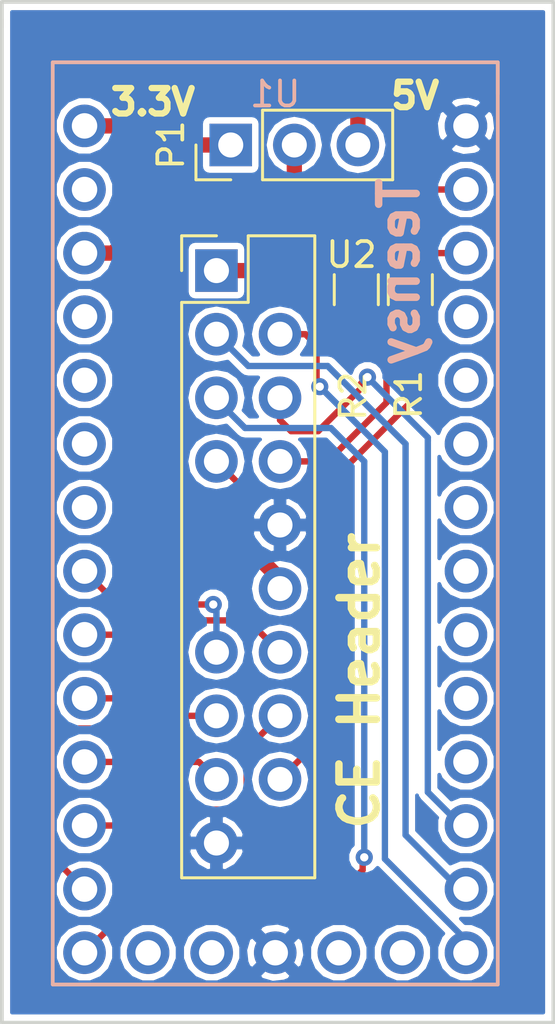
<source format=kicad_pcb>
(kicad_pcb (version 4) (host pcbnew 4.0.5)

  (general
    (links 21)
    (no_connects 0)
    (area 138.291499 88.380499 160.476001 129.297501)
    (thickness 1.6)
    (drawings 9)
    (tracks 108)
    (zones 0)
    (modules 5)
    (nets 36)
  )

  (page A4)
  (layers
    (0 F.Cu signal)
    (31 B.Cu signal)
    (32 B.Adhes user)
    (33 F.Adhes user)
    (34 B.Paste user)
    (35 F.Paste user)
    (36 B.SilkS user)
    (37 F.SilkS user)
    (38 B.Mask user)
    (39 F.Mask user)
    (40 Dwgs.User user)
    (41 Cmts.User user)
    (42 Eco1.User user)
    (43 Eco2.User user)
    (44 Edge.Cuts user)
    (45 Margin user)
    (46 B.CrtYd user)
    (47 F.CrtYd user)
    (48 B.Fab user)
    (49 F.Fab user)
  )

  (setup
    (last_trace_width 0.254)
    (user_trace_width 0.6096)
    (trace_clearance 0.1524)
    (zone_clearance 0.254)
    (zone_45_only no)
    (trace_min 0.1524)
    (segment_width 0.2)
    (edge_width 0.15)
    (via_size 0.6858)
    (via_drill 0.3302)
    (via_min_size 0.6858)
    (via_min_drill 0.3302)
    (uvia_size 0.3)
    (uvia_drill 0.1)
    (uvias_allowed no)
    (uvia_min_size 0.2)
    (uvia_min_drill 0.1)
    (pcb_text_width 0.3)
    (pcb_text_size 1.5 1.5)
    (mod_edge_width 0.15)
    (mod_text_size 1 1)
    (mod_text_width 0.15)
    (pad_size 1.524 1.524)
    (pad_drill 0.762)
    (pad_to_mask_clearance 0.2)
    (aux_axis_origin 0 0)
    (grid_origin 146.431 98.806)
    (visible_elements 7FFEFFFF)
    (pcbplotparams
      (layerselection 0x00030_80000001)
      (usegerberextensions false)
      (excludeedgelayer true)
      (linewidth 0.100000)
      (plotframeref false)
      (viasonmask false)
      (mode 1)
      (useauxorigin false)
      (hpglpennumber 1)
      (hpglpenspeed 20)
      (hpglpendiameter 15)
      (hpglpenoverlay 2)
      (psnegative false)
      (psa4output false)
      (plotreference true)
      (plotvalue true)
      (plotinvisibletext false)
      (padsonsilk false)
      (subtractmaskfromsilk false)
      (outputformat 1)
      (mirror false)
      (drillshape 1)
      (scaleselection 1)
      (outputdirectory ""))
  )

  (net 0 "")
  (net 1 /3.3V)
  (net 2 "Net-(P1-Pad2)")
  (net 3 /5V)
  (net 4 /DEVICE_RX)
  (net 5 /TEENSY_TX)
  (net 6 /TEENSY_RX)
  (net 7 /DEVICE_TX)
  (net 8 "Net-(U1-Pad2)")
  (net 9 "Net-(U1-Pad3)")
  (net 10 "Net-(U1-Pad4)")
  (net 11 "Net-(U1-Pad5)")
  (net 12 "Net-(U1-Pad6)")
  (net 13 "Net-(U1-Pad7)")
  (net 14 "Net-(U1-Pad8)")
  (net 15 "Net-(U1-Pad9)")
  (net 16 /SPI_CS)
  (net 17 /SPI_MOSI)
  (net 18 /SPI_MISO)
  (net 19 /SPI_CLK)
  (net 20 /AIO0)
  (net 21 /AIO1)
  (net 22 /AIO2)
  (net 23 /AIO3)
  (net 24 /I2C_SDAT)
  (net 25 /I2C_SCLK)
  (net 26 "Net-(U1-Pad20)")
  (net 27 "Net-(U1-Pad21)")
  (net 28 "Net-(U1-Pad22)")
  (net 29 "Net-(U1-Pad23)")
  (net 30 "Net-(U1-Pad25)")
  (net 31 /GND)
  (net 32 "Net-(U1-Pad28)")
  (net 33 "Net-(U1-Pad29)")
  (net 34 "Net-(U1-Pad31)")
  (net 35 "Net-(U1-Pad32)")

  (net_class Default "This is the default net class."
    (clearance 0.1524)
    (trace_width 0.254)
    (via_dia 0.6858)
    (via_drill 0.3302)
    (uvia_dia 0.3)
    (uvia_drill 0.1)
    (add_net /3.3V)
    (add_net /5V)
    (add_net /AIO0)
    (add_net /AIO1)
    (add_net /AIO2)
    (add_net /AIO3)
    (add_net /DEVICE_RX)
    (add_net /DEVICE_TX)
    (add_net /GND)
    (add_net /I2C_SCLK)
    (add_net /I2C_SDAT)
    (add_net /SPI_CLK)
    (add_net /SPI_CS)
    (add_net /SPI_MISO)
    (add_net /SPI_MOSI)
    (add_net /TEENSY_RX)
    (add_net /TEENSY_TX)
    (add_net "Net-(P1-Pad2)")
    (add_net "Net-(U1-Pad2)")
    (add_net "Net-(U1-Pad20)")
    (add_net "Net-(U1-Pad21)")
    (add_net "Net-(U1-Pad22)")
    (add_net "Net-(U1-Pad23)")
    (add_net "Net-(U1-Pad25)")
    (add_net "Net-(U1-Pad28)")
    (add_net "Net-(U1-Pad29)")
    (add_net "Net-(U1-Pad3)")
    (add_net "Net-(U1-Pad31)")
    (add_net "Net-(U1-Pad32)")
    (add_net "Net-(U1-Pad4)")
    (add_net "Net-(U1-Pad5)")
    (add_net "Net-(U1-Pad6)")
    (add_net "Net-(U1-Pad7)")
    (add_net "Net-(U1-Pad8)")
    (add_net "Net-(U1-Pad9)")
  )

  (module Pin_Headers:Pin_Header_Straight_1x03_Pitch2.54mm (layer F.Cu) (tedit 5862ED52) (tstamp 58AB6DDD)
    (at 147.5105 94.1705 90)
    (descr "Through hole straight pin header, 1x03, 2.54mm pitch, single row")
    (tags "Through hole pin header THT 1x03 2.54mm single row")
    (path /58A74996)
    (fp_text reference P1 (at 0 -2.39 90) (layer F.SilkS)
      (effects (font (size 1 1) (thickness 0.15)))
    )
    (fp_text value CONN_01X03 (at 0 7.47 90) (layer F.Fab)
      (effects (font (size 1 1) (thickness 0.15)))
    )
    (fp_line (start -1.27 -1.27) (end -1.27 6.35) (layer F.Fab) (width 0.1))
    (fp_line (start -1.27 6.35) (end 1.27 6.35) (layer F.Fab) (width 0.1))
    (fp_line (start 1.27 6.35) (end 1.27 -1.27) (layer F.Fab) (width 0.1))
    (fp_line (start 1.27 -1.27) (end -1.27 -1.27) (layer F.Fab) (width 0.1))
    (fp_line (start -1.39 1.27) (end -1.39 6.47) (layer F.SilkS) (width 0.12))
    (fp_line (start -1.39 6.47) (end 1.39 6.47) (layer F.SilkS) (width 0.12))
    (fp_line (start 1.39 6.47) (end 1.39 1.27) (layer F.SilkS) (width 0.12))
    (fp_line (start 1.39 1.27) (end -1.39 1.27) (layer F.SilkS) (width 0.12))
    (fp_line (start -1.39 0) (end -1.39 -1.39) (layer F.SilkS) (width 0.12))
    (fp_line (start -1.39 -1.39) (end 0 -1.39) (layer F.SilkS) (width 0.12))
    (fp_line (start -1.6 -1.6) (end -1.6 6.6) (layer F.CrtYd) (width 0.05))
    (fp_line (start -1.6 6.6) (end 1.6 6.6) (layer F.CrtYd) (width 0.05))
    (fp_line (start 1.6 6.6) (end 1.6 -1.6) (layer F.CrtYd) (width 0.05))
    (fp_line (start 1.6 -1.6) (end -1.6 -1.6) (layer F.CrtYd) (width 0.05))
    (pad 1 thru_hole rect (at 0 0 90) (size 1.7 1.7) (drill 1) (layers *.Cu *.Mask)
      (net 1 /3.3V))
    (pad 2 thru_hole oval (at 0 2.54 90) (size 1.7 1.7) (drill 1) (layers *.Cu *.Mask)
      (net 2 "Net-(P1-Pad2)"))
    (pad 3 thru_hole oval (at 0 5.08 90) (size 1.7 1.7) (drill 1) (layers *.Cu *.Mask)
      (net 3 /5V))
    (model Pin_Headers.3dshapes/Pin_Header_Straight_1x03_Pitch2.54mm.wrl
      (at (xyz 0 -0.1 0))
      (scale (xyz 1 1 1))
      (rotate (xyz 0 0 90))
    )
  )

  (module Resistors_SMD:R_0805_HandSoldering (layer F.Cu) (tedit 58AB7631) (tstamp 58AB6DE3)
    (at 154.686 99.949 90)
    (descr "Resistor SMD 0805, hand soldering")
    (tags "resistor 0805")
    (path /58A768E3)
    (attr smd)
    (fp_text reference R1 (at -4.191 -0.0635 90) (layer F.SilkS)
      (effects (font (size 1 1) (thickness 0.15)))
    )
    (fp_text value 0 (at 0 1.75 90) (layer F.Fab)
      (effects (font (size 1 1) (thickness 0.15)))
    )
    (fp_text user %R (at 0 -1.7 90) (layer F.Fab)
      (effects (font (size 1 1) (thickness 0.15)))
    )
    (fp_line (start -1 0.62) (end -1 -0.62) (layer F.Fab) (width 0.1))
    (fp_line (start 1 0.62) (end -1 0.62) (layer F.Fab) (width 0.1))
    (fp_line (start 1 -0.62) (end 1 0.62) (layer F.Fab) (width 0.1))
    (fp_line (start -1 -0.62) (end 1 -0.62) (layer F.Fab) (width 0.1))
    (fp_line (start 0.6 0.88) (end -0.6 0.88) (layer F.SilkS) (width 0.12))
    (fp_line (start -0.6 -0.88) (end 0.6 -0.88) (layer F.SilkS) (width 0.12))
    (fp_line (start -2.35 -0.9) (end 2.35 -0.9) (layer F.CrtYd) (width 0.05))
    (fp_line (start -2.35 -0.9) (end -2.35 0.9) (layer F.CrtYd) (width 0.05))
    (fp_line (start 2.35 0.9) (end 2.35 -0.9) (layer F.CrtYd) (width 0.05))
    (fp_line (start 2.35 0.9) (end -2.35 0.9) (layer F.CrtYd) (width 0.05))
    (pad 1 smd rect (at -1.35 0 90) (size 1.5 1.3) (layers F.Cu F.Paste F.Mask)
      (net 4 /DEVICE_RX))
    (pad 2 smd rect (at 1.35 0 90) (size 1.5 1.3) (layers F.Cu F.Paste F.Mask)
      (net 5 /TEENSY_TX))
    (model Resistors_SMD.3dshapes/R_0805.wrl
      (at (xyz 0 0 0))
      (scale (xyz 1 1 1))
      (rotate (xyz 0 0 0))
    )
  )

  (module Resistors_SMD:R_0805_HandSoldering (layer F.Cu) (tedit 58AB7634) (tstamp 58AB6DE9)
    (at 152.527 99.949 270)
    (descr "Resistor SMD 0805, hand soldering")
    (tags "resistor 0805")
    (path /58A76B77)
    (attr smd)
    (fp_text reference R2 (at 4.2545 0.127 270) (layer F.SilkS)
      (effects (font (size 1 1) (thickness 0.15)))
    )
    (fp_text value 0 (at 0 1.75 270) (layer F.Fab)
      (effects (font (size 1 1) (thickness 0.15)))
    )
    (fp_text user %R (at 0 -1.7 270) (layer F.Fab)
      (effects (font (size 1 1) (thickness 0.15)))
    )
    (fp_line (start -1 0.62) (end -1 -0.62) (layer F.Fab) (width 0.1))
    (fp_line (start 1 0.62) (end -1 0.62) (layer F.Fab) (width 0.1))
    (fp_line (start 1 -0.62) (end 1 0.62) (layer F.Fab) (width 0.1))
    (fp_line (start -1 -0.62) (end 1 -0.62) (layer F.Fab) (width 0.1))
    (fp_line (start 0.6 0.88) (end -0.6 0.88) (layer F.SilkS) (width 0.12))
    (fp_line (start -0.6 -0.88) (end 0.6 -0.88) (layer F.SilkS) (width 0.12))
    (fp_line (start -2.35 -0.9) (end 2.35 -0.9) (layer F.CrtYd) (width 0.05))
    (fp_line (start -2.35 -0.9) (end -2.35 0.9) (layer F.CrtYd) (width 0.05))
    (fp_line (start 2.35 0.9) (end 2.35 -0.9) (layer F.CrtYd) (width 0.05))
    (fp_line (start 2.35 0.9) (end -2.35 0.9) (layer F.CrtYd) (width 0.05))
    (pad 1 smd rect (at -1.35 0 270) (size 1.5 1.3) (layers F.Cu F.Paste F.Mask)
      (net 6 /TEENSY_RX))
    (pad 2 smd rect (at 1.35 0 270) (size 1.5 1.3) (layers F.Cu F.Paste F.Mask)
      (net 7 /DEVICE_TX))
    (model Resistors_SMD.3dshapes/R_0805.wrl
      (at (xyz 0 0 0))
      (scale (xyz 1 1 1))
      (rotate (xyz 0 0 0))
    )
  )

  (module TeensyConverter:CE_Header (layer F.Cu) (tedit 58AB7621) (tstamp 58AB6E22)
    (at 146.939 99.187)
    (descr "Through hole straight pin header, 2x10, 2.54mm pitch, double rows")
    (tags "Through hole pin header THT 2x10 2.54mm double row")
    (path /58A73E7D)
    (fp_text reference U2 (at 5.3975 -0.635) (layer F.SilkS)
      (effects (font (size 1 1) (thickness 0.15)))
    )
    (fp_text value CE_HEADER (at 1.27 25.25) (layer F.Fab)
      (effects (font (size 1 1) (thickness 0.15)))
    )
    (fp_line (start -1.27 -1.27) (end -1.27 24.13) (layer F.Fab) (width 0.1))
    (fp_line (start -1.27 24.13) (end 3.81 24.13) (layer F.Fab) (width 0.1))
    (fp_line (start 3.81 24.13) (end 3.81 -1.27) (layer F.Fab) (width 0.1))
    (fp_line (start 3.81 -1.27) (end -1.27 -1.27) (layer F.Fab) (width 0.1))
    (fp_line (start -1.39 1.27) (end -1.39 24.25) (layer F.SilkS) (width 0.12))
    (fp_line (start -1.39 24.25) (end 3.93 24.25) (layer F.SilkS) (width 0.12))
    (fp_line (start 3.93 24.25) (end 3.93 -1.39) (layer F.SilkS) (width 0.12))
    (fp_line (start 3.93 -1.39) (end 1.27 -1.39) (layer F.SilkS) (width 0.12))
    (fp_line (start 1.27 -1.39) (end 1.27 1.27) (layer F.SilkS) (width 0.12))
    (fp_line (start 1.27 1.27) (end -1.39 1.27) (layer F.SilkS) (width 0.12))
    (fp_line (start -1.39 0) (end -1.39 -1.39) (layer F.SilkS) (width 0.12))
    (fp_line (start -1.39 -1.39) (end 0 -1.39) (layer F.SilkS) (width 0.12))
    (fp_line (start -1.6 -1.6) (end -1.6 24.4) (layer F.CrtYd) (width 0.05))
    (fp_line (start -1.6 24.4) (end 4.1 24.4) (layer F.CrtYd) (width 0.05))
    (fp_line (start 4.1 24.4) (end 4.1 -1.6) (layer F.CrtYd) (width 0.05))
    (fp_line (start 4.1 -1.6) (end -1.6 -1.6) (layer F.CrtYd) (width 0.05))
    (pad 1 thru_hole rect (at 0 0) (size 1.7 1.7) (drill 1) (layers *.Cu *.Mask)
      (net 2 "Net-(P1-Pad2)"))
    (pad 3 thru_hole oval (at 0 2.54) (size 1.7 1.7) (drill 1) (layers *.Cu *.Mask)
      (net 17 /SPI_MOSI))
    (pad 4 thru_hole oval (at 2.54 2.54) (size 1.7 1.7) (drill 1) (layers *.Cu *.Mask)
      (net 18 /SPI_MISO))
    (pad 5 thru_hole oval (at 0 5.08) (size 1.7 1.7) (drill 1) (layers *.Cu *.Mask)
      (net 19 /SPI_CLK))
    (pad 6 thru_hole oval (at 2.54 5.08) (size 1.7 1.7) (drill 1) (layers *.Cu *.Mask)
      (net 16 /SPI_CS))
    (pad 7 thru_hole oval (at 0 7.62) (size 1.7 1.7) (drill 1) (layers *.Cu *.Mask)
      (net 4 /DEVICE_RX))
    (pad 8 thru_hole oval (at 2.54 7.62) (size 1.7 1.7) (drill 1) (layers *.Cu *.Mask)
      (net 7 /DEVICE_TX))
    (pad 10 thru_hole oval (at 2.54 10.16) (size 1.7 1.7) (drill 1) (layers *.Cu *.Mask)
      (net 31 /GND))
    (pad 12 thru_hole oval (at 2.54 12.7) (size 1.7 1.7) (drill 1) (layers *.Cu *.Mask)
      (net 1 /3.3V))
    (pad 13 thru_hole oval (at 0 15.24) (size 1.7 1.7) (drill 1) (layers *.Cu *.Mask)
      (net 25 /I2C_SCLK))
    (pad 14 thru_hole oval (at 2.54 15.24) (size 1.7 1.7) (drill 1) (layers *.Cu *.Mask)
      (net 24 /I2C_SDAT))
    (pad 15 thru_hole oval (at 0 17.78) (size 1.7 1.7) (drill 1) (layers *.Cu *.Mask)
      (net 20 /AIO0))
    (pad 16 thru_hole oval (at 2.54 17.78) (size 1.7 1.7) (drill 1) (layers *.Cu *.Mask)
      (net 21 /AIO1))
    (pad 17 thru_hole oval (at 0 20.32) (size 1.7 1.7) (drill 1) (layers *.Cu *.Mask)
      (net 22 /AIO2))
    (pad 18 thru_hole oval (at 2.54 20.32) (size 1.7 1.7) (drill 1) (layers *.Cu *.Mask)
      (net 23 /AIO3))
    (pad 19 thru_hole oval (at 0 22.86) (size 1.7 1.7) (drill 1) (layers *.Cu *.Mask)
      (net 31 /GND))
    (model Pin_Headers.3dshapes/Pin_Header_Straight_2x10_Pitch2.54mm.wrl
      (at (xyz 0.05 -0.45 0))
      (scale (xyz 1 1 1))
      (rotate (xyz 0 0 90))
    )
  )

  (module TeensyConverter:Teensy-32 (layer B.Cu) (tedit 58ABB1C1) (tstamp 58ABBC3F)
    (at 149.2885 108.6485 180)
    (path /58A73DD8)
    (fp_text reference U1 (at 0 16.51 180) (layer B.SilkS)
      (effects (font (size 1 1) (thickness 0.15)) (justify mirror))
    )
    (fp_text value Teensy-3.2 (at 0 19.05 180) (layer B.Fab)
      (effects (font (size 1 1) (thickness 0.15)) (justify mirror))
    )
    (fp_line (start -8.89 -19.05) (end 8.89 -19.05) (layer B.SilkS) (width 0.15))
    (fp_line (start 8.89 -19.05) (end 8.89 17.78) (layer B.SilkS) (width 0.15))
    (fp_line (start 8.89 17.78) (end -8.89 17.78) (layer B.SilkS) (width 0.15))
    (fp_line (start -8.89 17.78) (end -8.89 16.51) (layer B.SilkS) (width 0.15))
    (fp_line (start -8.89 17.78) (end -8.89 -19.05) (layer B.SilkS) (width 0.15))
    (pad 0 thru_hole circle (at -7.62 12.7 180) (size 1.7018 1.7018) (drill 1.016) (layers *.Cu *.Mask)
      (net 6 /TEENSY_RX))
    (pad 1 thru_hole circle (at -7.62 10.16 180) (size 1.7018 1.7018) (drill 1.016) (layers *.Cu *.Mask)
      (net 5 /TEENSY_TX))
    (pad 2 thru_hole circle (at -7.62 7.62 180) (size 1.7018 1.7018) (drill 1.016) (layers *.Cu *.Mask)
      (net 8 "Net-(U1-Pad2)"))
    (pad 3 thru_hole circle (at -7.62 5.08 180) (size 1.7018 1.7018) (drill 1.016) (layers *.Cu *.Mask)
      (net 9 "Net-(U1-Pad3)"))
    (pad 4 thru_hole circle (at -7.62 2.54 180) (size 1.7018 1.7018) (drill 1.016) (layers *.Cu *.Mask)
      (net 10 "Net-(U1-Pad4)"))
    (pad 5 thru_hole circle (at -7.62 0 180) (size 1.7018 1.7018) (drill 1.016) (layers *.Cu *.Mask)
      (net 11 "Net-(U1-Pad5)"))
    (pad 6 thru_hole circle (at -7.62 -2.54 180) (size 1.7018 1.7018) (drill 1.016) (layers *.Cu *.Mask)
      (net 12 "Net-(U1-Pad6)"))
    (pad 7 thru_hole circle (at -7.62 -5.08 180) (size 1.7018 1.7018) (drill 1.016) (layers *.Cu *.Mask)
      (net 13 "Net-(U1-Pad7)"))
    (pad 8 thru_hole circle (at -7.62 -7.62 180) (size 1.7018 1.7018) (drill 1.016) (layers *.Cu *.Mask)
      (net 14 "Net-(U1-Pad8)"))
    (pad 9 thru_hole circle (at -7.62 -10.16 180) (size 1.7018 1.7018) (drill 1.016) (layers *.Cu *.Mask)
      (net 15 "Net-(U1-Pad9)"))
    (pad 10 thru_hole circle (at -7.62 -12.7 180) (size 1.7018 1.7018) (drill 1.016) (layers *.Cu *.Mask)
      (net 16 /SPI_CS))
    (pad 11 thru_hole circle (at -7.62 -15.24 180) (size 1.7018 1.7018) (drill 1.016) (layers *.Cu *.Mask)
      (net 17 /SPI_MOSI))
    (pad 12 thru_hole circle (at -7.62 -17.78 180) (size 1.7018 1.7018) (drill 1.016) (layers *.Cu *.Mask)
      (net 18 /SPI_MISO))
    (pad 13 thru_hole circle (at 7.62 -17.78 180) (size 1.7018 1.7018) (drill 1.016) (layers *.Cu *.Mask)
      (net 19 /SPI_CLK))
    (pad 14 thru_hole circle (at 7.62 -15.24 180) (size 1.7018 1.7018) (drill 1.016) (layers *.Cu *.Mask)
      (net 20 /AIO0))
    (pad 15 thru_hole circle (at 7.62 -12.7 180) (size 1.7018 1.7018) (drill 1.016) (layers *.Cu *.Mask)
      (net 21 /AIO1))
    (pad 16 thru_hole circle (at 7.62 -10.16 180) (size 1.7018 1.7018) (drill 1.016) (layers *.Cu *.Mask)
      (net 22 /AIO2))
    (pad 17 thru_hole circle (at 7.62 -7.62 180) (size 1.7018 1.7018) (drill 1.016) (layers *.Cu *.Mask)
      (net 23 /AIO3))
    (pad 18 thru_hole circle (at 7.62 -5.08 180) (size 1.7018 1.7018) (drill 1.016) (layers *.Cu *.Mask)
      (net 24 /I2C_SDAT))
    (pad 19 thru_hole circle (at 7.62 -2.54 180) (size 1.7018 1.7018) (drill 1.016) (layers *.Cu *.Mask)
      (net 25 /I2C_SCLK))
    (pad 20 thru_hole circle (at 7.62 0 180) (size 1.7018 1.7018) (drill 1.016) (layers *.Cu *.Mask)
      (net 26 "Net-(U1-Pad20)"))
    (pad 21 thru_hole circle (at 7.62 2.54 180) (size 1.7018 1.7018) (drill 1.016) (layers *.Cu *.Mask)
      (net 27 "Net-(U1-Pad21)"))
    (pad 22 thru_hole circle (at 7.62 5.08 180) (size 1.7018 1.7018) (drill 1.016) (layers *.Cu *.Mask)
      (net 28 "Net-(U1-Pad22)"))
    (pad 23 thru_hole circle (at 7.62 7.62 180) (size 1.7018 1.7018) (drill 1.016) (layers *.Cu *.Mask)
      (net 29 "Net-(U1-Pad23)"))
    (pad 24 thru_hole circle (at 7.62 10.16 180) (size 1.7018 1.7018) (drill 1.016) (layers *.Cu *.Mask)
      (net 1 /3.3V))
    (pad 25 thru_hole circle (at 7.62 12.7 180) (size 1.7018 1.7018) (drill 1.016) (layers *.Cu *.Mask)
      (net 30 "Net-(U1-Pad25)"))
    (pad 26 thru_hole circle (at 7.62 15.24 180) (size 1.7018 1.7018) (drill 1.016) (layers *.Cu *.Mask)
      (net 3 /5V))
    (pad 27 thru_hole circle (at -7.62 15.24 180) (size 1.7018 1.7018) (drill 1.016) (layers *.Cu *.Mask)
      (net 31 /GND))
    (pad 28 thru_hole circle (at -5.08 -17.78 180) (size 1.7018 1.7018) (drill 1.016) (layers *.Cu *.Mask)
      (net 32 "Net-(U1-Pad28)"))
    (pad 29 thru_hole circle (at -2.54 -17.78 180) (size 1.7018 1.7018) (drill 1.016) (layers *.Cu *.Mask)
      (net 33 "Net-(U1-Pad29)"))
    (pad 30 thru_hole circle (at 0 -17.78 180) (size 1.7018 1.7018) (drill 1.016) (layers *.Cu *.Mask)
      (net 31 /GND))
    (pad 31 thru_hole circle (at 2.54 -17.78 180) (size 1.7018 1.7018) (drill 1.016) (layers *.Cu *.Mask)
      (net 34 "Net-(U1-Pad31)"))
    (pad 32 thru_hole circle (at 5.08 -17.78 180) (size 1.7018 1.7018) (drill 1.016) (layers *.Cu *.Mask)
      (net 35 "Net-(U1-Pad32)"))
  )

  (gr_text Teensy (at 154.2415 99.2505 90) (layer B.SilkS)
    (effects (font (size 1.5 1.5) (thickness 0.3)) (justify mirror))
  )
  (gr_text "CE Header" (at 152.654 115.57 90) (layer F.SilkS)
    (effects (font (size 1.5 1.5) (thickness 0.3)))
  )
  (gr_line (start 138.3665 88.4555) (end 138.3665 89.4715) (angle 90) (layer Edge.Cuts) (width 0.15))
  (gr_line (start 160.401 88.4555) (end 138.3665 88.4555) (angle 90) (layer Edge.Cuts) (width 0.15))
  (gr_line (start 160.401 129.2225) (end 160.401 88.4555) (angle 90) (layer Edge.Cuts) (width 0.15))
  (gr_line (start 138.3665 129.2225) (end 160.401 129.2225) (angle 90) (layer Edge.Cuts) (width 0.15))
  (gr_line (start 138.3665 89.154) (end 138.3665 129.2225) (angle 90) (layer Edge.Cuts) (width 0.15))
  (gr_text 3.3V (at 144.399 92.456) (layer F.SilkS)
    (effects (font (size 1.016 1.016) (thickness 0.254)))
  )
  (gr_text 5V (at 154.8765 92.202) (layer F.SilkS)
    (effects (font (size 1.016 1.016) (thickness 0.254)))
  )

  (segment (start 149.479 111.887) (end 149.479 111.506) (width 0.6096) (layer F.Cu) (net 1))
  (segment (start 149.479 111.506) (end 146.812 108.839) (width 0.6096) (layer F.Cu) (net 1) (tstamp 58ABBF3A))
  (segment (start 146.812 108.839) (end 145.669 108.839) (width 0.6096) (layer F.Cu) (net 1) (tstamp 58ABBF3B))
  (segment (start 145.669 108.839) (end 143.51 106.68) (width 0.6096) (layer F.Cu) (net 1) (tstamp 58ABBF3C))
  (segment (start 143.51 106.68) (end 143.51 97.79) (width 0.6096) (layer F.Cu) (net 1) (tstamp 58ABBF3D))
  (segment (start 147.5105 94.1705) (end 145.3515 94.1705) (width 0.6096) (layer F.Cu) (net 1))
  (segment (start 142.8115 98.4885) (end 141.6685 98.4885) (width 0.6096) (layer F.Cu) (net 1) (tstamp 58ABBD8A))
  (segment (start 143.51 97.79) (end 142.8115 98.4885) (width 0.6096) (layer F.Cu) (net 1) (tstamp 58ABBD89))
  (segment (start 143.51 96.012) (end 143.51 97.79) (width 0.6096) (layer F.Cu) (net 1) (tstamp 58ABBD88))
  (segment (start 145.3515 94.1705) (end 143.51 96.012) (width 0.6096) (layer F.Cu) (net 1) (tstamp 58ABBD87))
  (segment (start 150.0505 94.1705) (end 150.0505 97.4725) (width 0.6096) (layer F.Cu) (net 2))
  (segment (start 148.336 99.187) (end 146.939 99.187) (width 0.6096) (layer F.Cu) (net 2) (tstamp 58ABBD8E))
  (segment (start 150.0505 97.4725) (end 148.336 99.187) (width 0.6096) (layer F.Cu) (net 2) (tstamp 58ABBD8D))
  (segment (start 141.6685 93.4085) (end 143.129 93.4085) (width 0.6096) (layer F.Cu) (net 3))
  (segment (start 152.5905 92.964) (end 152.5905 94.1705) (width 0.6096) (layer F.Cu) (net 3) (tstamp 58ABBD84))
  (segment (start 151.8285 92.202) (end 152.5905 92.964) (width 0.6096) (layer F.Cu) (net 3) (tstamp 58ABBD83))
  (segment (start 144.3355 92.202) (end 151.8285 92.202) (width 0.6096) (layer F.Cu) (net 3) (tstamp 58ABBD82))
  (segment (start 143.129 93.4085) (end 144.3355 92.202) (width 0.6096) (layer F.Cu) (net 3) (tstamp 58ABBD81))
  (segment (start 154.686 101.299) (end 154.686 104.4575) (width 0.254) (layer F.Cu) (net 4))
  (segment (start 148.2725 108.1405) (end 146.939 106.807) (width 0.254) (layer F.Cu) (net 4) (tstamp 58ABBEDE))
  (segment (start 151.003 108.1405) (end 148.2725 108.1405) (width 0.254) (layer F.Cu) (net 4) (tstamp 58ABBEDC))
  (segment (start 154.686 104.4575) (end 151.003 108.1405) (width 0.254) (layer F.Cu) (net 4) (tstamp 58ABBEDA))
  (segment (start 156.9085 98.4885) (end 154.7965 98.4885) (width 0.254) (layer F.Cu) (net 5))
  (segment (start 154.7965 98.4885) (end 154.686 98.599) (width 0.254) (layer F.Cu) (net 5) (tstamp 58ABBE82))
  (segment (start 156.9085 98.4885) (end 156.1465 98.4885) (width 0.254) (layer F.Cu) (net 5))
  (segment (start 156.9085 95.9485) (end 153.797 95.9485) (width 0.254) (layer F.Cu) (net 6))
  (segment (start 152.527 97.2185) (end 152.527 98.599) (width 0.254) (layer F.Cu) (net 6) (tstamp 58ABBE7E))
  (segment (start 153.797 95.9485) (end 152.527 97.2185) (width 0.254) (layer F.Cu) (net 6) (tstamp 58ABBE7C))
  (segment (start 152.527 101.299) (end 152.527 101.7905) (width 0.254) (layer F.Cu) (net 7))
  (segment (start 152.527 101.7905) (end 153.7335 102.997) (width 0.254) (layer F.Cu) (net 7) (tstamp 58ABBEE2))
  (segment (start 153.7335 102.997) (end 153.7335 104.4575) (width 0.254) (layer F.Cu) (net 7) (tstamp 58ABBEE3))
  (segment (start 153.7335 104.4575) (end 151.384 106.807) (width 0.254) (layer F.Cu) (net 7) (tstamp 58ABBEE5))
  (segment (start 151.384 106.807) (end 149.479 106.807) (width 0.254) (layer F.Cu) (net 7) (tstamp 58ABBEE7))
  (segment (start 150.114 106.807) (end 149.479 106.807) (width 0.254) (layer F.Cu) (net 7) (tstamp 58ABBDAD))
  (segment (start 155.3845 105.9815) (end 155.3845 105.8545) (width 0.254) (layer B.Cu) (net 16))
  (segment (start 155.3845 105.8545) (end 152.9715 103.4415) (width 0.254) (layer B.Cu) (net 16) (tstamp 58ABBEFD))
  (segment (start 149.479 105.156) (end 149.479 104.267) (width 0.254) (layer F.Cu) (net 16) (tstamp 58ABBF05))
  (segment (start 149.9235 105.6005) (end 149.479 105.156) (width 0.254) (layer F.Cu) (net 16) (tstamp 58ABBF04))
  (segment (start 151.003 105.6005) (end 149.9235 105.6005) (width 0.254) (layer F.Cu) (net 16) (tstamp 58ABBF02))
  (segment (start 152.7175 103.886) (end 151.003 105.6005) (width 0.254) (layer F.Cu) (net 16) (tstamp 58ABBF01))
  (segment (start 152.7175 103.6955) (end 152.7175 103.886) (width 0.254) (layer F.Cu) (net 16) (tstamp 58ABBF00))
  (segment (start 152.9715 103.4415) (end 152.7175 103.6955) (width 0.254) (layer F.Cu) (net 16) (tstamp 58ABBEFF))
  (via (at 152.9715 103.4415) (size 0.6858) (drill 0.3302) (layers F.Cu B.Cu) (net 16))
  (segment (start 155.3845 120.015) (end 155.3845 105.9815) (width 0.254) (layer B.Cu) (net 16))
  (segment (start 156.718 121.3485) (end 155.3845 120.015) (width 0.254) (layer B.Cu) (net 16) (tstamp 58ABBEB4))
  (segment (start 156.9085 121.3485) (end 156.718 121.3485) (width 0.254) (layer B.Cu) (net 16))
  (segment (start 156.9085 121.3485) (end 156.845 121.3485) (width 0.254) (layer F.Cu) (net 16))
  (segment (start 156.9085 123.8885) (end 156.6545 123.8885) (width 0.254) (layer B.Cu) (net 17))
  (segment (start 156.6545 123.8885) (end 154.4955 121.7295) (width 0.254) (layer B.Cu) (net 17) (tstamp 58ABBEC6))
  (segment (start 148.209 102.997) (end 146.939 101.727) (width 0.254) (layer B.Cu) (net 17) (tstamp 58ABBECD))
  (segment (start 151.384 102.997) (end 148.209 102.997) (width 0.254) (layer B.Cu) (net 17) (tstamp 58ABBECB))
  (segment (start 154.4955 106.1085) (end 151.384 102.997) (width 0.254) (layer B.Cu) (net 17) (tstamp 58ABBEC9))
  (segment (start 154.4955 121.7295) (end 154.4955 106.1085) (width 0.254) (layer B.Cu) (net 17) (tstamp 58ABBEC7))
  (segment (start 156.9085 123.8885) (end 156.7815 123.8885) (width 0.254) (layer F.Cu) (net 17))
  (segment (start 153.67 106.4895) (end 153.67 106.426) (width 0.254) (layer B.Cu) (net 18))
  (segment (start 153.67 122.682) (end 153.67 106.4895) (width 0.254) (layer B.Cu) (net 18) (tstamp 58ABBEF0))
  (segment (start 156.9085 125.9205) (end 153.67 122.682) (width 0.254) (layer B.Cu) (net 18) (tstamp 58ABBEEF))
  (segment (start 150.495 101.727) (end 149.479 101.727) (width 0.254) (layer F.Cu) (net 18) (tstamp 58ABBF0F))
  (segment (start 150.9395 102.1715) (end 150.495 101.727) (width 0.254) (layer F.Cu) (net 18) (tstamp 58ABBF0E))
  (segment (start 150.9395 103.6955) (end 150.9395 102.1715) (width 0.254) (layer F.Cu) (net 18) (tstamp 58ABBF0D))
  (segment (start 151.0665 103.8225) (end 150.9395 103.6955) (width 0.254) (layer F.Cu) (net 18) (tstamp 58ABBF0C))
  (via (at 151.0665 103.8225) (size 0.6858) (drill 0.3302) (layers F.Cu B.Cu) (net 18))
  (segment (start 153.67 106.426) (end 151.0665 103.8225) (width 0.254) (layer B.Cu) (net 18) (tstamp 58ABBF0A))
  (segment (start 156.9085 126.4285) (end 156.9085 125.9205) (width 0.254) (layer B.Cu) (net 18))
  (segment (start 146.939 104.267) (end 146.939 104.3305) (width 0.254) (layer B.Cu) (net 19))
  (segment (start 146.939 104.3305) (end 148.082 105.4735) (width 0.254) (layer B.Cu) (net 19) (tstamp 58ABBF44))
  (segment (start 148.082 105.4735) (end 151.511 105.4735) (width 0.254) (layer B.Cu) (net 19) (tstamp 58ABBF45))
  (segment (start 151.511 105.4735) (end 152.8445 106.807) (width 0.254) (layer B.Cu) (net 19) (tstamp 58ABBF47))
  (segment (start 152.8445 106.807) (end 152.8445 122.6185) (width 0.254) (layer B.Cu) (net 19) (tstamp 58ABBF49))
  (via (at 152.8445 122.6185) (size 0.6858) (drill 0.3302) (layers F.Cu B.Cu) (net 19))
  (segment (start 152.8445 122.6185) (end 152.781 122.682) (width 0.254) (layer F.Cu) (net 19) (tstamp 58ABBF4D))
  (segment (start 152.781 122.682) (end 152.781 123.1265) (width 0.254) (layer F.Cu) (net 19) (tstamp 58ABBF4E))
  (segment (start 152.781 123.1265) (end 151.003 124.9045) (width 0.254) (layer F.Cu) (net 19) (tstamp 58ABBF4F))
  (segment (start 151.003 124.9045) (end 143.1925 124.9045) (width 0.254) (layer F.Cu) (net 19) (tstamp 58ABBF50))
  (segment (start 143.1925 124.9045) (end 141.6685 126.4285) (width 0.254) (layer F.Cu) (net 19) (tstamp 58ABBF52))
  (segment (start 146.939 116.967) (end 142.9385 116.967) (width 0.254) (layer F.Cu) (net 20))
  (segment (start 140.081 122.301) (end 141.6685 123.8885) (width 0.254) (layer F.Cu) (net 20) (tstamp 58ABBF78))
  (segment (start 140.081 118.364) (end 140.081 122.301) (width 0.254) (layer F.Cu) (net 20) (tstamp 58ABBF77))
  (segment (start 140.97 117.475) (end 140.081 118.364) (width 0.254) (layer F.Cu) (net 20) (tstamp 58ABBF76))
  (segment (start 142.4305 117.475) (end 140.97 117.475) (width 0.254) (layer F.Cu) (net 20) (tstamp 58ABBF75))
  (segment (start 142.9385 116.967) (end 142.4305 117.475) (width 0.254) (layer F.Cu) (net 20) (tstamp 58ABBF74))
  (segment (start 141.6685 121.3485) (end 145.288 121.3485) (width 0.254) (layer F.Cu) (net 21))
  (segment (start 148.1455 118.3005) (end 149.479 116.967) (width 0.254) (layer F.Cu) (net 21) (tstamp 58ABBF83))
  (segment (start 148.1455 120.269) (end 148.1455 118.3005) (width 0.254) (layer F.Cu) (net 21) (tstamp 58ABBF82))
  (segment (start 147.701 120.7135) (end 148.1455 120.269) (width 0.254) (layer F.Cu) (net 21) (tstamp 58ABBF81))
  (segment (start 145.923 120.7135) (end 147.701 120.7135) (width 0.254) (layer F.Cu) (net 21) (tstamp 58ABBF80))
  (segment (start 145.288 121.3485) (end 145.923 120.7135) (width 0.254) (layer F.Cu) (net 21) (tstamp 58ABBF7F))
  (segment (start 141.6685 118.8085) (end 146.2405 118.8085) (width 0.254) (layer F.Cu) (net 22))
  (segment (start 146.2405 118.8085) (end 146.939 119.507) (width 0.254) (layer F.Cu) (net 22) (tstamp 58ABBF7C))
  (segment (start 141.6685 116.2685) (end 145.542 116.2685) (width 0.254) (layer F.Cu) (net 23))
  (segment (start 150.876 118.11) (end 149.479 119.507) (width 0.254) (layer F.Cu) (net 23) (tstamp 58ABBF70))
  (segment (start 150.876 116.332) (end 150.876 118.11) (width 0.254) (layer F.Cu) (net 23) (tstamp 58ABBF6F))
  (segment (start 150.241 115.697) (end 150.876 116.332) (width 0.254) (layer F.Cu) (net 23) (tstamp 58ABBF6E))
  (segment (start 148.7805 115.697) (end 150.241 115.697) (width 0.254) (layer F.Cu) (net 23) (tstamp 58ABBF6D))
  (segment (start 148.7805 115.697) (end 148.7805 115.697) (width 0.254) (layer F.Cu) (net 23) (tstamp 58ABBF6C))
  (segment (start 146.1135 115.697) (end 148.7805 115.697) (width 0.254) (layer F.Cu) (net 23) (tstamp 58ABBF6B))
  (segment (start 145.542 116.2685) (end 146.1135 115.697) (width 0.254) (layer F.Cu) (net 23) (tstamp 58ABBF6A))
  (segment (start 141.6685 113.7285) (end 145.0975 113.7285) (width 0.254) (layer F.Cu) (net 24))
  (segment (start 148.209 113.157) (end 149.479 114.427) (width 0.254) (layer F.Cu) (net 24) (tstamp 58ABBF5B))
  (segment (start 145.669 113.157) (end 148.209 113.157) (width 0.254) (layer F.Cu) (net 24) (tstamp 58ABBF5A))
  (segment (start 145.0975 113.7285) (end 145.669 113.157) (width 0.254) (layer F.Cu) (net 24) (tstamp 58ABBF58))
  (segment (start 141.6685 111.1885) (end 143.51 113.03) (width 0.254) (layer F.Cu) (net 25))
  (segment (start 146.939 112.649) (end 146.939 114.427) (width 0.254) (layer B.Cu) (net 25) (tstamp 58ABBF64))
  (segment (start 146.812 112.522) (end 146.939 112.649) (width 0.254) (layer B.Cu) (net 25) (tstamp 58ABBF63))
  (via (at 146.812 112.522) (size 0.6858) (drill 0.3302) (layers F.Cu B.Cu) (net 25))
  (segment (start 145.542 112.522) (end 146.812 112.522) (width 0.254) (layer F.Cu) (net 25) (tstamp 58ABBF61))
  (segment (start 145.034 113.03) (end 145.542 112.522) (width 0.254) (layer F.Cu) (net 25) (tstamp 58ABBF60))
  (segment (start 143.51 113.03) (end 145.034 113.03) (width 0.254) (layer F.Cu) (net 25) (tstamp 58ABBF5F))

  (zone (net 31) (net_name /GND) (layer B.Cu) (tstamp 58ABBEC2) (hatch edge 0.508)
    (connect_pads (clearance 0.254))
    (min_thickness 0.1524)
    (fill yes (arc_segments 16) (thermal_gap 0.254) (thermal_bridge_width 0.508))
    (polygon
      (pts
        (xy 138.3665 88.646) (xy 138.3665 129.159) (xy 160.401 129.2225) (xy 160.401 88.4555) (xy 138.3665 88.4555)
      )
    )
    (filled_polygon
      (pts
        (xy 159.9958 128.8173) (xy 138.7717 128.8173) (xy 138.7717 126.662405) (xy 140.487196 126.662405) (xy 140.666628 127.096665)
        (xy 140.998587 127.429204) (xy 141.432534 127.609394) (xy 141.902405 127.609804) (xy 142.336665 127.430372) (xy 142.669204 127.098413)
        (xy 142.849394 126.664466) (xy 142.849395 126.662405) (xy 143.027196 126.662405) (xy 143.206628 127.096665) (xy 143.538587 127.429204)
        (xy 143.972534 127.609394) (xy 144.442405 127.609804) (xy 144.876665 127.430372) (xy 145.209204 127.098413) (xy 145.389394 126.664466)
        (xy 145.389395 126.662405) (xy 145.567196 126.662405) (xy 145.746628 127.096665) (xy 146.078587 127.429204) (xy 146.512534 127.609394)
        (xy 146.982405 127.609804) (xy 147.416665 127.430372) (xy 147.509849 127.33735) (xy 148.631097 127.33735) (xy 148.732267 127.496581)
        (xy 149.183345 127.628139) (xy 149.650431 127.577063) (xy 149.844733 127.496581) (xy 149.945903 127.33735) (xy 149.2885 126.679947)
        (xy 148.631097 127.33735) (xy 147.509849 127.33735) (xy 147.749204 127.098413) (xy 147.929394 126.664466) (xy 147.929691 126.323345)
        (xy 148.088861 126.323345) (xy 148.139937 126.790431) (xy 148.220419 126.984733) (xy 148.37965 127.085903) (xy 149.037053 126.4285)
        (xy 149.539947 126.4285) (xy 150.19735 127.085903) (xy 150.356581 126.984733) (xy 150.450588 126.662405) (xy 150.647196 126.662405)
        (xy 150.826628 127.096665) (xy 151.158587 127.429204) (xy 151.592534 127.609394) (xy 152.062405 127.609804) (xy 152.496665 127.430372)
        (xy 152.829204 127.098413) (xy 153.009394 126.664466) (xy 153.009395 126.662405) (xy 153.187196 126.662405) (xy 153.366628 127.096665)
        (xy 153.698587 127.429204) (xy 154.132534 127.609394) (xy 154.602405 127.609804) (xy 155.036665 127.430372) (xy 155.369204 127.098413)
        (xy 155.549394 126.664466) (xy 155.549804 126.194595) (xy 155.370372 125.760335) (xy 155.038413 125.427796) (xy 154.604466 125.247606)
        (xy 154.134595 125.247196) (xy 153.700335 125.426628) (xy 153.367796 125.758587) (xy 153.187606 126.192534) (xy 153.187196 126.662405)
        (xy 153.009395 126.662405) (xy 153.009804 126.194595) (xy 152.830372 125.760335) (xy 152.498413 125.427796) (xy 152.064466 125.247606)
        (xy 151.594595 125.247196) (xy 151.160335 125.426628) (xy 150.827796 125.758587) (xy 150.647606 126.192534) (xy 150.647196 126.662405)
        (xy 150.450588 126.662405) (xy 150.488139 126.533655) (xy 150.437063 126.066569) (xy 150.356581 125.872267) (xy 150.19735 125.771097)
        (xy 149.539947 126.4285) (xy 149.037053 126.4285) (xy 148.37965 125.771097) (xy 148.220419 125.872267) (xy 148.088861 126.323345)
        (xy 147.929691 126.323345) (xy 147.929804 126.194595) (xy 147.750372 125.760335) (xy 147.510107 125.51965) (xy 148.631097 125.51965)
        (xy 149.2885 126.177053) (xy 149.945903 125.51965) (xy 149.844733 125.360419) (xy 149.393655 125.228861) (xy 148.926569 125.279937)
        (xy 148.732267 125.360419) (xy 148.631097 125.51965) (xy 147.510107 125.51965) (xy 147.418413 125.427796) (xy 146.984466 125.247606)
        (xy 146.514595 125.247196) (xy 146.080335 125.426628) (xy 145.747796 125.758587) (xy 145.567606 126.192534) (xy 145.567196 126.662405)
        (xy 145.389395 126.662405) (xy 145.389804 126.194595) (xy 145.210372 125.760335) (xy 144.878413 125.427796) (xy 144.444466 125.247606)
        (xy 143.974595 125.247196) (xy 143.540335 125.426628) (xy 143.207796 125.758587) (xy 143.027606 126.192534) (xy 143.027196 126.662405)
        (xy 142.849395 126.662405) (xy 142.849804 126.194595) (xy 142.670372 125.760335) (xy 142.338413 125.427796) (xy 141.904466 125.247606)
        (xy 141.434595 125.247196) (xy 141.000335 125.426628) (xy 140.667796 125.758587) (xy 140.487606 126.192534) (xy 140.487196 126.662405)
        (xy 138.7717 126.662405) (xy 138.7717 124.122405) (xy 140.487196 124.122405) (xy 140.666628 124.556665) (xy 140.998587 124.889204)
        (xy 141.432534 125.069394) (xy 141.902405 125.069804) (xy 142.336665 124.890372) (xy 142.669204 124.558413) (xy 142.849394 124.124466)
        (xy 142.849804 123.654595) (xy 142.670372 123.220335) (xy 142.338413 122.887796) (xy 141.904466 122.707606) (xy 141.434595 122.707196)
        (xy 141.000335 122.886628) (xy 140.667796 123.218587) (xy 140.487606 123.652534) (xy 140.487196 124.122405) (xy 138.7717 124.122405)
        (xy 138.7717 121.582405) (xy 140.487196 121.582405) (xy 140.666628 122.016665) (xy 140.998587 122.349204) (xy 141.432534 122.529394)
        (xy 141.902405 122.529804) (xy 142.204144 122.405128) (xy 145.814448 122.405128) (xy 145.890574 122.588953) (xy 146.177777 122.948915)
        (xy 146.58087 123.171568) (xy 146.7612 123.131197) (xy 146.7612 122.2248) (xy 147.1168 122.2248) (xy 147.1168 123.131197)
        (xy 147.29713 123.171568) (xy 147.700223 122.948915) (xy 147.987426 122.588953) (xy 148.063552 122.405128) (xy 148.022154 122.2248)
        (xy 147.1168 122.2248) (xy 146.7612 122.2248) (xy 145.855846 122.2248) (xy 145.814448 122.405128) (xy 142.204144 122.405128)
        (xy 142.336665 122.350372) (xy 142.669204 122.018413) (xy 142.80604 121.688872) (xy 145.814448 121.688872) (xy 145.855846 121.8692)
        (xy 146.7612 121.8692) (xy 146.7612 120.962803) (xy 147.1168 120.962803) (xy 147.1168 121.8692) (xy 148.022154 121.8692)
        (xy 148.063552 121.688872) (xy 147.987426 121.505047) (xy 147.700223 121.145085) (xy 147.29713 120.922432) (xy 147.1168 120.962803)
        (xy 146.7612 120.962803) (xy 146.58087 120.922432) (xy 146.177777 121.145085) (xy 145.890574 121.505047) (xy 145.814448 121.688872)
        (xy 142.80604 121.688872) (xy 142.849394 121.584466) (xy 142.849804 121.114595) (xy 142.670372 120.680335) (xy 142.338413 120.347796)
        (xy 141.904466 120.167606) (xy 141.434595 120.167196) (xy 141.000335 120.346628) (xy 140.667796 120.678587) (xy 140.487606 121.112534)
        (xy 140.487196 121.582405) (xy 138.7717 121.582405) (xy 138.7717 119.042405) (xy 140.487196 119.042405) (xy 140.666628 119.476665)
        (xy 140.998587 119.809204) (xy 141.432534 119.989394) (xy 141.902405 119.989804) (xy 142.336665 119.810372) (xy 142.640567 119.507)
        (xy 145.735679 119.507) (xy 145.825516 119.958643) (xy 146.081352 120.341527) (xy 146.464236 120.597363) (xy 146.915879 120.6872)
        (xy 146.962121 120.6872) (xy 147.413764 120.597363) (xy 147.796648 120.341527) (xy 148.052484 119.958643) (xy 148.142321 119.507)
        (xy 148.275679 119.507) (xy 148.365516 119.958643) (xy 148.621352 120.341527) (xy 149.004236 120.597363) (xy 149.455879 120.6872)
        (xy 149.502121 120.6872) (xy 149.953764 120.597363) (xy 150.336648 120.341527) (xy 150.592484 119.958643) (xy 150.682321 119.507)
        (xy 150.592484 119.055357) (xy 150.336648 118.672473) (xy 149.953764 118.416637) (xy 149.502121 118.3268) (xy 149.455879 118.3268)
        (xy 149.004236 118.416637) (xy 148.621352 118.672473) (xy 148.365516 119.055357) (xy 148.275679 119.507) (xy 148.142321 119.507)
        (xy 148.052484 119.055357) (xy 147.796648 118.672473) (xy 147.413764 118.416637) (xy 146.962121 118.3268) (xy 146.915879 118.3268)
        (xy 146.464236 118.416637) (xy 146.081352 118.672473) (xy 145.825516 119.055357) (xy 145.735679 119.507) (xy 142.640567 119.507)
        (xy 142.669204 119.478413) (xy 142.849394 119.044466) (xy 142.849804 118.574595) (xy 142.670372 118.140335) (xy 142.338413 117.807796)
        (xy 141.904466 117.627606) (xy 141.434595 117.627196) (xy 141.000335 117.806628) (xy 140.667796 118.138587) (xy 140.487606 118.572534)
        (xy 140.487196 119.042405) (xy 138.7717 119.042405) (xy 138.7717 116.502405) (xy 140.487196 116.502405) (xy 140.666628 116.936665)
        (xy 140.998587 117.269204) (xy 141.432534 117.449394) (xy 141.902405 117.449804) (xy 142.336665 117.270372) (xy 142.640567 116.967)
        (xy 145.735679 116.967) (xy 145.825516 117.418643) (xy 146.081352 117.801527) (xy 146.464236 118.057363) (xy 146.915879 118.1472)
        (xy 146.962121 118.1472) (xy 147.413764 118.057363) (xy 147.796648 117.801527) (xy 148.052484 117.418643) (xy 148.142321 116.967)
        (xy 148.275679 116.967) (xy 148.365516 117.418643) (xy 148.621352 117.801527) (xy 149.004236 118.057363) (xy 149.455879 118.1472)
        (xy 149.502121 118.1472) (xy 149.953764 118.057363) (xy 150.336648 117.801527) (xy 150.592484 117.418643) (xy 150.682321 116.967)
        (xy 150.592484 116.515357) (xy 150.336648 116.132473) (xy 149.953764 115.876637) (xy 149.502121 115.7868) (xy 149.455879 115.7868)
        (xy 149.004236 115.876637) (xy 148.621352 116.132473) (xy 148.365516 116.515357) (xy 148.275679 116.967) (xy 148.142321 116.967)
        (xy 148.052484 116.515357) (xy 147.796648 116.132473) (xy 147.413764 115.876637) (xy 146.962121 115.7868) (xy 146.915879 115.7868)
        (xy 146.464236 115.876637) (xy 146.081352 116.132473) (xy 145.825516 116.515357) (xy 145.735679 116.967) (xy 142.640567 116.967)
        (xy 142.669204 116.938413) (xy 142.849394 116.504466) (xy 142.849804 116.034595) (xy 142.670372 115.600335) (xy 142.338413 115.267796)
        (xy 141.904466 115.087606) (xy 141.434595 115.087196) (xy 141.000335 115.266628) (xy 140.667796 115.598587) (xy 140.487606 116.032534)
        (xy 140.487196 116.502405) (xy 138.7717 116.502405) (xy 138.7717 113.962405) (xy 140.487196 113.962405) (xy 140.666628 114.396665)
        (xy 140.998587 114.729204) (xy 141.432534 114.909394) (xy 141.902405 114.909804) (xy 142.336665 114.730372) (xy 142.640567 114.427)
        (xy 145.735679 114.427) (xy 145.825516 114.878643) (xy 146.081352 115.261527) (xy 146.464236 115.517363) (xy 146.915879 115.6072)
        (xy 146.962121 115.6072) (xy 147.413764 115.517363) (xy 147.796648 115.261527) (xy 148.052484 114.878643) (xy 148.142321 114.427)
        (xy 148.275679 114.427) (xy 148.365516 114.878643) (xy 148.621352 115.261527) (xy 149.004236 115.517363) (xy 149.455879 115.6072)
        (xy 149.502121 115.6072) (xy 149.953764 115.517363) (xy 150.336648 115.261527) (xy 150.592484 114.878643) (xy 150.682321 114.427)
        (xy 150.592484 113.975357) (xy 150.336648 113.592473) (xy 149.953764 113.336637) (xy 149.502121 113.2468) (xy 149.455879 113.2468)
        (xy 149.004236 113.336637) (xy 148.621352 113.592473) (xy 148.365516 113.975357) (xy 148.275679 114.427) (xy 148.142321 114.427)
        (xy 148.052484 113.975357) (xy 147.796648 113.592473) (xy 147.413764 113.336637) (xy 147.3962 113.333143) (xy 147.3962 112.870289)
        (xy 147.484983 112.656475) (xy 147.485217 112.388699) (xy 147.382959 112.141217) (xy 147.193778 111.951706) (xy 147.037949 111.887)
        (xy 148.275679 111.887) (xy 148.365516 112.338643) (xy 148.621352 112.721527) (xy 149.004236 112.977363) (xy 149.455879 113.0672)
        (xy 149.502121 113.0672) (xy 149.953764 112.977363) (xy 150.336648 112.721527) (xy 150.592484 112.338643) (xy 150.682321 111.887)
        (xy 150.592484 111.435357) (xy 150.336648 111.052473) (xy 149.953764 110.796637) (xy 149.502121 110.7068) (xy 149.455879 110.7068)
        (xy 149.004236 110.796637) (xy 148.621352 111.052473) (xy 148.365516 111.435357) (xy 148.275679 111.887) (xy 147.037949 111.887)
        (xy 146.946475 111.849017) (xy 146.678699 111.848783) (xy 146.431217 111.951041) (xy 146.241706 112.140222) (xy 146.139017 112.387525)
        (xy 146.138783 112.655301) (xy 146.241041 112.902783) (xy 146.430222 113.092294) (xy 146.4818 113.113711) (xy 146.4818 113.333143)
        (xy 146.464236 113.336637) (xy 146.081352 113.592473) (xy 145.825516 113.975357) (xy 145.735679 114.427) (xy 142.640567 114.427)
        (xy 142.669204 114.398413) (xy 142.849394 113.964466) (xy 142.849804 113.494595) (xy 142.670372 113.060335) (xy 142.338413 112.727796)
        (xy 141.904466 112.547606) (xy 141.434595 112.547196) (xy 141.000335 112.726628) (xy 140.667796 113.058587) (xy 140.487606 113.492534)
        (xy 140.487196 113.962405) (xy 138.7717 113.962405) (xy 138.7717 111.422405) (xy 140.487196 111.422405) (xy 140.666628 111.856665)
        (xy 140.998587 112.189204) (xy 141.432534 112.369394) (xy 141.902405 112.369804) (xy 142.336665 112.190372) (xy 142.669204 111.858413)
        (xy 142.849394 111.424466) (xy 142.849804 110.954595) (xy 142.670372 110.520335) (xy 142.338413 110.187796) (xy 141.904466 110.007606)
        (xy 141.434595 110.007196) (xy 141.000335 110.186628) (xy 140.667796 110.518587) (xy 140.487606 110.952534) (xy 140.487196 111.422405)
        (xy 138.7717 111.422405) (xy 138.7717 108.882405) (xy 140.487196 108.882405) (xy 140.666628 109.316665) (xy 140.998587 109.649204)
        (xy 141.432534 109.829394) (xy 141.902405 109.829804) (xy 142.204144 109.705128) (xy 148.354448 109.705128) (xy 148.430574 109.888953)
        (xy 148.717777 110.248915) (xy 149.12087 110.471568) (xy 149.3012 110.431197) (xy 149.3012 109.5248) (xy 149.6568 109.5248)
        (xy 149.6568 110.431197) (xy 149.83713 110.471568) (xy 150.240223 110.248915) (xy 150.527426 109.888953) (xy 150.603552 109.705128)
        (xy 150.562154 109.5248) (xy 149.6568 109.5248) (xy 149.3012 109.5248) (xy 148.395846 109.5248) (xy 148.354448 109.705128)
        (xy 142.204144 109.705128) (xy 142.336665 109.650372) (xy 142.669204 109.318413) (xy 142.80604 108.988872) (xy 148.354448 108.988872)
        (xy 148.395846 109.1692) (xy 149.3012 109.1692) (xy 149.3012 108.262803) (xy 149.6568 108.262803) (xy 149.6568 109.1692)
        (xy 150.562154 109.1692) (xy 150.603552 108.988872) (xy 150.527426 108.805047) (xy 150.240223 108.445085) (xy 149.83713 108.222432)
        (xy 149.6568 108.262803) (xy 149.3012 108.262803) (xy 149.12087 108.222432) (xy 148.717777 108.445085) (xy 148.430574 108.805047)
        (xy 148.354448 108.988872) (xy 142.80604 108.988872) (xy 142.849394 108.884466) (xy 142.849804 108.414595) (xy 142.670372 107.980335)
        (xy 142.338413 107.647796) (xy 141.904466 107.467606) (xy 141.434595 107.467196) (xy 141.000335 107.646628) (xy 140.667796 107.978587)
        (xy 140.487606 108.412534) (xy 140.487196 108.882405) (xy 138.7717 108.882405) (xy 138.7717 106.342405) (xy 140.487196 106.342405)
        (xy 140.666628 106.776665) (xy 140.998587 107.109204) (xy 141.432534 107.289394) (xy 141.902405 107.289804) (xy 142.336665 107.110372)
        (xy 142.640567 106.807) (xy 145.735679 106.807) (xy 145.825516 107.258643) (xy 146.081352 107.641527) (xy 146.464236 107.897363)
        (xy 146.915879 107.9872) (xy 146.962121 107.9872) (xy 147.413764 107.897363) (xy 147.796648 107.641527) (xy 148.052484 107.258643)
        (xy 148.142321 106.807) (xy 148.052484 106.355357) (xy 147.796648 105.972473) (xy 147.413764 105.716637) (xy 146.962121 105.6268)
        (xy 146.915879 105.6268) (xy 146.464236 105.716637) (xy 146.081352 105.972473) (xy 145.825516 106.355357) (xy 145.735679 106.807)
        (xy 142.640567 106.807) (xy 142.669204 106.778413) (xy 142.849394 106.344466) (xy 142.849804 105.874595) (xy 142.670372 105.440335)
        (xy 142.338413 105.107796) (xy 141.904466 104.927606) (xy 141.434595 104.927196) (xy 141.000335 105.106628) (xy 140.667796 105.438587)
        (xy 140.487606 105.872534) (xy 140.487196 106.342405) (xy 138.7717 106.342405) (xy 138.7717 103.802405) (xy 140.487196 103.802405)
        (xy 140.666628 104.236665) (xy 140.998587 104.569204) (xy 141.432534 104.749394) (xy 141.902405 104.749804) (xy 142.336665 104.570372)
        (xy 142.669204 104.238413) (xy 142.849394 103.804466) (xy 142.849804 103.334595) (xy 142.670372 102.900335) (xy 142.338413 102.567796)
        (xy 141.904466 102.387606) (xy 141.434595 102.387196) (xy 141.000335 102.566628) (xy 140.667796 102.898587) (xy 140.487606 103.332534)
        (xy 140.487196 103.802405) (xy 138.7717 103.802405) (xy 138.7717 101.262405) (xy 140.487196 101.262405) (xy 140.666628 101.696665)
        (xy 140.998587 102.029204) (xy 141.432534 102.209394) (xy 141.902405 102.209804) (xy 142.336665 102.030372) (xy 142.640567 101.727)
        (xy 145.735679 101.727) (xy 145.825516 102.178643) (xy 146.081352 102.561527) (xy 146.464236 102.817363) (xy 146.915879 102.9072)
        (xy 146.962121 102.9072) (xy 147.387925 102.822503) (xy 147.885711 103.320289) (xy 148.034037 103.419398) (xy 148.209 103.4542)
        (xy 148.606834 103.4542) (xy 148.365516 103.815357) (xy 148.275679 104.267) (xy 148.365516 104.718643) (xy 148.564405 105.0163)
        (xy 148.271378 105.0163) (xy 148.020936 104.765858) (xy 148.052484 104.718643) (xy 148.142321 104.267) (xy 148.052484 103.815357)
        (xy 147.796648 103.432473) (xy 147.413764 103.176637) (xy 146.962121 103.0868) (xy 146.915879 103.0868) (xy 146.464236 103.176637)
        (xy 146.081352 103.432473) (xy 145.825516 103.815357) (xy 145.735679 104.267) (xy 145.825516 104.718643) (xy 146.081352 105.101527)
        (xy 146.464236 105.357363) (xy 146.915879 105.4472) (xy 146.962121 105.4472) (xy 147.33496 105.373038) (xy 147.758711 105.796789)
        (xy 147.907037 105.895898) (xy 148.082 105.9307) (xy 148.683869 105.9307) (xy 148.621352 105.972473) (xy 148.365516 106.355357)
        (xy 148.275679 106.807) (xy 148.365516 107.258643) (xy 148.621352 107.641527) (xy 149.004236 107.897363) (xy 149.455879 107.9872)
        (xy 149.502121 107.9872) (xy 149.953764 107.897363) (xy 150.336648 107.641527) (xy 150.592484 107.258643) (xy 150.682321 106.807)
        (xy 150.592484 106.355357) (xy 150.336648 105.972473) (xy 150.274131 105.9307) (xy 151.321622 105.9307) (xy 152.3873 106.996378)
        (xy 152.3873 122.123825) (xy 152.274206 122.236722) (xy 152.171517 122.484025) (xy 152.171283 122.751801) (xy 152.273541 122.999283)
        (xy 152.462722 123.188794) (xy 152.710025 123.291483) (xy 152.977801 123.291717) (xy 153.225283 123.189459) (xy 153.378215 123.036793)
        (xy 156.003986 125.662564) (xy 155.907796 125.758587) (xy 155.727606 126.192534) (xy 155.727196 126.662405) (xy 155.906628 127.096665)
        (xy 156.238587 127.429204) (xy 156.672534 127.609394) (xy 157.142405 127.609804) (xy 157.576665 127.430372) (xy 157.909204 127.098413)
        (xy 158.089394 126.664466) (xy 158.089804 126.194595) (xy 157.910372 125.760335) (xy 157.578413 125.427796) (xy 157.144466 125.247606)
        (xy 156.881955 125.247377) (xy 156.703999 125.069421) (xy 157.142405 125.069804) (xy 157.576665 124.890372) (xy 157.909204 124.558413)
        (xy 158.089394 124.124466) (xy 158.089804 123.654595) (xy 157.910372 123.220335) (xy 157.578413 122.887796) (xy 157.144466 122.707606)
        (xy 156.674595 122.707196) (xy 156.281993 122.869415) (xy 154.9527 121.540122) (xy 154.9527 120.142696) (xy 154.962102 120.189963)
        (xy 155.061211 120.338289) (xy 155.75925 121.036328) (xy 155.727606 121.112534) (xy 155.727196 121.582405) (xy 155.906628 122.016665)
        (xy 156.238587 122.349204) (xy 156.672534 122.529394) (xy 157.142405 122.529804) (xy 157.576665 122.350372) (xy 157.909204 122.018413)
        (xy 158.089394 121.584466) (xy 158.089804 121.114595) (xy 157.910372 120.680335) (xy 157.578413 120.347796) (xy 157.144466 120.167606)
        (xy 156.674595 120.167196) (xy 156.326927 120.310849) (xy 155.8417 119.825622) (xy 155.8417 119.319527) (xy 155.906628 119.476665)
        (xy 156.238587 119.809204) (xy 156.672534 119.989394) (xy 157.142405 119.989804) (xy 157.576665 119.810372) (xy 157.909204 119.478413)
        (xy 158.089394 119.044466) (xy 158.089804 118.574595) (xy 157.910372 118.140335) (xy 157.578413 117.807796) (xy 157.144466 117.627606)
        (xy 156.674595 117.627196) (xy 156.240335 117.806628) (xy 155.907796 118.138587) (xy 155.8417 118.297764) (xy 155.8417 116.779527)
        (xy 155.906628 116.936665) (xy 156.238587 117.269204) (xy 156.672534 117.449394) (xy 157.142405 117.449804) (xy 157.576665 117.270372)
        (xy 157.909204 116.938413) (xy 158.089394 116.504466) (xy 158.089804 116.034595) (xy 157.910372 115.600335) (xy 157.578413 115.267796)
        (xy 157.144466 115.087606) (xy 156.674595 115.087196) (xy 156.240335 115.266628) (xy 155.907796 115.598587) (xy 155.8417 115.757764)
        (xy 155.8417 114.239527) (xy 155.906628 114.396665) (xy 156.238587 114.729204) (xy 156.672534 114.909394) (xy 157.142405 114.909804)
        (xy 157.576665 114.730372) (xy 157.909204 114.398413) (xy 158.089394 113.964466) (xy 158.089804 113.494595) (xy 157.910372 113.060335)
        (xy 157.578413 112.727796) (xy 157.144466 112.547606) (xy 156.674595 112.547196) (xy 156.240335 112.726628) (xy 155.907796 113.058587)
        (xy 155.8417 113.217764) (xy 155.8417 111.699527) (xy 155.906628 111.856665) (xy 156.238587 112.189204) (xy 156.672534 112.369394)
        (xy 157.142405 112.369804) (xy 157.576665 112.190372) (xy 157.909204 111.858413) (xy 158.089394 111.424466) (xy 158.089804 110.954595)
        (xy 157.910372 110.520335) (xy 157.578413 110.187796) (xy 157.144466 110.007606) (xy 156.674595 110.007196) (xy 156.240335 110.186628)
        (xy 155.907796 110.518587) (xy 155.8417 110.677764) (xy 155.8417 109.159527) (xy 155.906628 109.316665) (xy 156.238587 109.649204)
        (xy 156.672534 109.829394) (xy 157.142405 109.829804) (xy 157.576665 109.650372) (xy 157.909204 109.318413) (xy 158.089394 108.884466)
        (xy 158.089804 108.414595) (xy 157.910372 107.980335) (xy 157.578413 107.647796) (xy 157.144466 107.467606) (xy 156.674595 107.467196)
        (xy 156.240335 107.646628) (xy 155.907796 107.978587) (xy 155.8417 108.137764) (xy 155.8417 106.619527) (xy 155.906628 106.776665)
        (xy 156.238587 107.109204) (xy 156.672534 107.289394) (xy 157.142405 107.289804) (xy 157.576665 107.110372) (xy 157.909204 106.778413)
        (xy 158.089394 106.344466) (xy 158.089804 105.874595) (xy 157.910372 105.440335) (xy 157.578413 105.107796) (xy 157.144466 104.927606)
        (xy 156.674595 104.927196) (xy 156.240335 105.106628) (xy 155.907796 105.438587) (xy 155.807172 105.680916) (xy 155.806898 105.679537)
        (xy 155.707789 105.531211) (xy 153.978983 103.802405) (xy 155.727196 103.802405) (xy 155.906628 104.236665) (xy 156.238587 104.569204)
        (xy 156.672534 104.749394) (xy 157.142405 104.749804) (xy 157.576665 104.570372) (xy 157.909204 104.238413) (xy 158.089394 103.804466)
        (xy 158.089804 103.334595) (xy 157.910372 102.900335) (xy 157.578413 102.567796) (xy 157.144466 102.387606) (xy 156.674595 102.387196)
        (xy 156.240335 102.566628) (xy 155.907796 102.898587) (xy 155.727606 103.332534) (xy 155.727196 103.802405) (xy 153.978983 103.802405)
        (xy 153.644577 103.467999) (xy 153.644717 103.308199) (xy 153.542459 103.060717) (xy 153.353278 102.871206) (xy 153.105975 102.768517)
        (xy 152.838199 102.768283) (xy 152.590717 102.870541) (xy 152.401206 103.059722) (xy 152.310865 103.277287) (xy 151.707289 102.673711)
        (xy 151.558963 102.574602) (xy 151.384 102.5398) (xy 150.351166 102.5398) (xy 150.592484 102.178643) (xy 150.682321 101.727)
        (xy 150.592484 101.275357) (xy 150.58383 101.262405) (xy 155.727196 101.262405) (xy 155.906628 101.696665) (xy 156.238587 102.029204)
        (xy 156.672534 102.209394) (xy 157.142405 102.209804) (xy 157.576665 102.030372) (xy 157.909204 101.698413) (xy 158.089394 101.264466)
        (xy 158.089804 100.794595) (xy 157.910372 100.360335) (xy 157.578413 100.027796) (xy 157.144466 99.847606) (xy 156.674595 99.847196)
        (xy 156.240335 100.026628) (xy 155.907796 100.358587) (xy 155.727606 100.792534) (xy 155.727196 101.262405) (xy 150.58383 101.262405)
        (xy 150.336648 100.892473) (xy 149.953764 100.636637) (xy 149.502121 100.5468) (xy 149.455879 100.5468) (xy 149.004236 100.636637)
        (xy 148.621352 100.892473) (xy 148.365516 101.275357) (xy 148.275679 101.727) (xy 148.365516 102.178643) (xy 148.606834 102.5398)
        (xy 148.398378 102.5398) (xy 148.04637 102.187792) (xy 148.052484 102.178643) (xy 148.142321 101.727) (xy 148.052484 101.275357)
        (xy 147.796648 100.892473) (xy 147.413764 100.636637) (xy 146.962121 100.5468) (xy 146.915879 100.5468) (xy 146.464236 100.636637)
        (xy 146.081352 100.892473) (xy 145.825516 101.275357) (xy 145.735679 101.727) (xy 142.640567 101.727) (xy 142.669204 101.698413)
        (xy 142.849394 101.264466) (xy 142.849804 100.794595) (xy 142.670372 100.360335) (xy 142.338413 100.027796) (xy 141.904466 99.847606)
        (xy 141.434595 99.847196) (xy 141.000335 100.026628) (xy 140.667796 100.358587) (xy 140.487606 100.792534) (xy 140.487196 101.262405)
        (xy 138.7717 101.262405) (xy 138.7717 98.722405) (xy 140.487196 98.722405) (xy 140.666628 99.156665) (xy 140.998587 99.489204)
        (xy 141.432534 99.669394) (xy 141.902405 99.669804) (xy 142.336665 99.490372) (xy 142.669204 99.158413) (xy 142.849394 98.724466)
        (xy 142.849732 98.337) (xy 145.752331 98.337) (xy 145.752331 100.037) (xy 145.775356 100.159365) (xy 145.847673 100.271749)
        (xy 145.958017 100.347144) (xy 146.089 100.373669) (xy 147.789 100.373669) (xy 147.911365 100.350644) (xy 148.023749 100.278327)
        (xy 148.099144 100.167983) (xy 148.125669 100.037) (xy 148.125669 98.722405) (xy 155.727196 98.722405) (xy 155.906628 99.156665)
        (xy 156.238587 99.489204) (xy 156.672534 99.669394) (xy 157.142405 99.669804) (xy 157.576665 99.490372) (xy 157.909204 99.158413)
        (xy 158.089394 98.724466) (xy 158.089804 98.254595) (xy 157.910372 97.820335) (xy 157.578413 97.487796) (xy 157.144466 97.307606)
        (xy 156.674595 97.307196) (xy 156.240335 97.486628) (xy 155.907796 97.818587) (xy 155.727606 98.252534) (xy 155.727196 98.722405)
        (xy 148.125669 98.722405) (xy 148.125669 98.337) (xy 148.102644 98.214635) (xy 148.030327 98.102251) (xy 147.919983 98.026856)
        (xy 147.789 98.000331) (xy 146.089 98.000331) (xy 145.966635 98.023356) (xy 145.854251 98.095673) (xy 145.778856 98.206017)
        (xy 145.752331 98.337) (xy 142.849732 98.337) (xy 142.849804 98.254595) (xy 142.670372 97.820335) (xy 142.338413 97.487796)
        (xy 141.904466 97.307606) (xy 141.434595 97.307196) (xy 141.000335 97.486628) (xy 140.667796 97.818587) (xy 140.487606 98.252534)
        (xy 140.487196 98.722405) (xy 138.7717 98.722405) (xy 138.7717 96.182405) (xy 140.487196 96.182405) (xy 140.666628 96.616665)
        (xy 140.998587 96.949204) (xy 141.432534 97.129394) (xy 141.902405 97.129804) (xy 142.336665 96.950372) (xy 142.669204 96.618413)
        (xy 142.849394 96.184466) (xy 142.849395 96.182405) (xy 155.727196 96.182405) (xy 155.906628 96.616665) (xy 156.238587 96.949204)
        (xy 156.672534 97.129394) (xy 157.142405 97.129804) (xy 157.576665 96.950372) (xy 157.909204 96.618413) (xy 158.089394 96.184466)
        (xy 158.089804 95.714595) (xy 157.910372 95.280335) (xy 157.578413 94.947796) (xy 157.144466 94.767606) (xy 156.674595 94.767196)
        (xy 156.240335 94.946628) (xy 155.907796 95.278587) (xy 155.727606 95.712534) (xy 155.727196 96.182405) (xy 142.849395 96.182405)
        (xy 142.849804 95.714595) (xy 142.670372 95.280335) (xy 142.338413 94.947796) (xy 141.904466 94.767606) (xy 141.434595 94.767196)
        (xy 141.000335 94.946628) (xy 140.667796 95.278587) (xy 140.487606 95.712534) (xy 140.487196 96.182405) (xy 138.7717 96.182405)
        (xy 138.7717 93.642405) (xy 140.487196 93.642405) (xy 140.666628 94.076665) (xy 140.998587 94.409204) (xy 141.432534 94.589394)
        (xy 141.902405 94.589804) (xy 142.336665 94.410372) (xy 142.669204 94.078413) (xy 142.849394 93.644466) (xy 142.849676 93.3205)
        (xy 146.323831 93.3205) (xy 146.323831 95.0205) (xy 146.346856 95.142865) (xy 146.419173 95.255249) (xy 146.529517 95.330644)
        (xy 146.6605 95.357169) (xy 148.3605 95.357169) (xy 148.482865 95.334144) (xy 148.595249 95.261827) (xy 148.670644 95.151483)
        (xy 148.697169 95.0205) (xy 148.697169 94.147379) (xy 148.8703 94.147379) (xy 148.8703 94.193621) (xy 148.960137 94.645264)
        (xy 149.215973 95.028148) (xy 149.598857 95.283984) (xy 150.0505 95.373821) (xy 150.502143 95.283984) (xy 150.885027 95.028148)
        (xy 151.140863 94.645264) (xy 151.2307 94.193621) (xy 151.2307 94.147379) (xy 151.4103 94.147379) (xy 151.4103 94.193621)
        (xy 151.500137 94.645264) (xy 151.755973 95.028148) (xy 152.138857 95.283984) (xy 152.5905 95.373821) (xy 153.042143 95.283984)
        (xy 153.425027 95.028148) (xy 153.680863 94.645264) (xy 153.746088 94.31735) (xy 156.251097 94.31735) (xy 156.352267 94.476581)
        (xy 156.803345 94.608139) (xy 157.270431 94.557063) (xy 157.464733 94.476581) (xy 157.565903 94.31735) (xy 156.9085 93.659947)
        (xy 156.251097 94.31735) (xy 153.746088 94.31735) (xy 153.7707 94.193621) (xy 153.7707 94.147379) (xy 153.680863 93.695736)
        (xy 153.425027 93.312852) (xy 153.410799 93.303345) (xy 155.708861 93.303345) (xy 155.759937 93.770431) (xy 155.840419 93.964733)
        (xy 155.99965 94.065903) (xy 156.657053 93.4085) (xy 157.159947 93.4085) (xy 157.81735 94.065903) (xy 157.976581 93.964733)
        (xy 158.108139 93.513655) (xy 158.057063 93.046569) (xy 157.976581 92.852267) (xy 157.81735 92.751097) (xy 157.159947 93.4085)
        (xy 156.657053 93.4085) (xy 155.99965 92.751097) (xy 155.840419 92.852267) (xy 155.708861 93.303345) (xy 153.410799 93.303345)
        (xy 153.042143 93.057016) (xy 152.5905 92.967179) (xy 152.138857 93.057016) (xy 151.755973 93.312852) (xy 151.500137 93.695736)
        (xy 151.4103 94.147379) (xy 151.2307 94.147379) (xy 151.140863 93.695736) (xy 150.885027 93.312852) (xy 150.502143 93.057016)
        (xy 150.0505 92.967179) (xy 149.598857 93.057016) (xy 149.215973 93.312852) (xy 148.960137 93.695736) (xy 148.8703 94.147379)
        (xy 148.697169 94.147379) (xy 148.697169 93.3205) (xy 148.674144 93.198135) (xy 148.601827 93.085751) (xy 148.491483 93.010356)
        (xy 148.3605 92.983831) (xy 146.6605 92.983831) (xy 146.538135 93.006856) (xy 146.425751 93.079173) (xy 146.350356 93.189517)
        (xy 146.323831 93.3205) (xy 142.849676 93.3205) (xy 142.849804 93.174595) (xy 142.670372 92.740335) (xy 142.430107 92.49965)
        (xy 156.251097 92.49965) (xy 156.9085 93.157053) (xy 157.565903 92.49965) (xy 157.464733 92.340419) (xy 157.013655 92.208861)
        (xy 156.546569 92.259937) (xy 156.352267 92.340419) (xy 156.251097 92.49965) (xy 142.430107 92.49965) (xy 142.338413 92.407796)
        (xy 141.904466 92.227606) (xy 141.434595 92.227196) (xy 141.000335 92.406628) (xy 140.667796 92.738587) (xy 140.487606 93.172534)
        (xy 140.487196 93.642405) (xy 138.7717 93.642405) (xy 138.7717 88.8607) (xy 159.9958 88.8607)
      )
    )
  )
)

</source>
